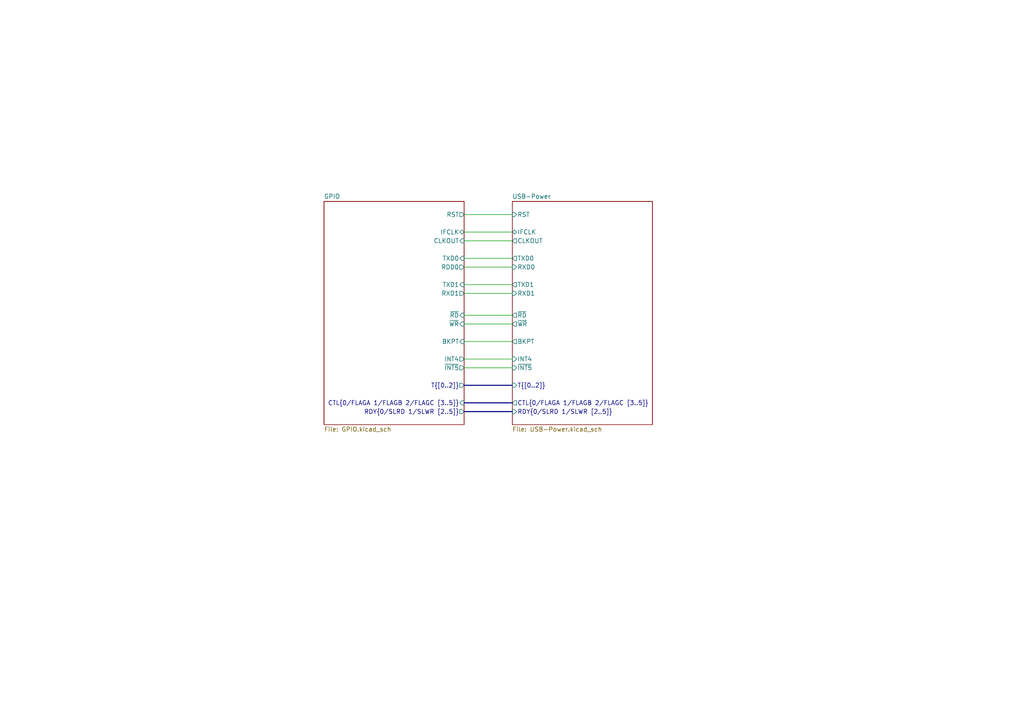
<source format=kicad_sch>
(kicad_sch (version 20211123) (generator eeschema)
  (paper "A4")
  (lib_symbols)
  (wire (pts (xy 134.62 82.55) (xy 148.59 82.55)))
  (wire (pts (xy 134.62 62.23) (xy 148.59 62.23)))
  (wire (pts (xy 134.62 85.09) (xy 148.59 85.09)))
  (wire (pts (xy 134.62 99.06) (xy 148.59 99.06)))
  (wire (pts (xy 134.62 74.93) (xy 148.59 74.93)))
  (bus (pts (xy 134.62 116.84) (xy 148.59 116.84)))
  (wire (pts (xy 134.62 67.31) (xy 148.59 67.31)))
  (wire (pts (xy 134.62 106.68) (xy 148.59 106.68)))
  (wire (pts (xy 134.62 93.98) (xy 148.59 93.98)))
  (bus (pts (xy 134.62 111.76) (xy 148.59 111.76)))
  (wire (pts (xy 134.62 104.14) (xy 148.59 104.14)))
  (wire (pts (xy 134.62 91.44) (xy 148.59 91.44)))
  (wire (pts (xy 134.62 69.85) (xy 148.59 69.85)))
  (wire (pts (xy 134.62 77.47) (xy 148.59 77.47)))
  (bus (pts (xy 134.62 119.38) (xy 148.59 119.38)))
  (sheet (at 148.59 58.42) (size 40.64 64.77) (stroke (width 0.1524))
    (property "Sheet name" "USB-Power" (at 148.59 57.7084 0) (effects (justify left bottom)))
    (property "Sheet file" "USB-Power.kicad_sch" (at 148.59 123.7746 0) (effects (justify left top)))
    (pin "TXD0" output (at 148.59 74.93 180))
    (pin "RXD0" input (at 148.59 77.47 180))
    (pin "~{WR}" output (at 148.59 93.98 180))
    (pin "~{RD}" output (at 148.59 91.44 180))
    (pin "BKPT" output (at 148.59 99.06 180))
    (pin "CLKOUT" output (at 148.59 69.85 180))
    (pin "IFCLK" bidirectional (at 148.59 67.31 180))
    (pin "RST" input (at 148.59 62.23 180))
    (pin "CTL{0{slash}FLAGA 1{slash}FLAGB 2{slash}FLAGC [3..5]}" output (at 148.59 116.84 180))
    (pin "RDY{0{slash}SLRD 1{slash}SLWR [2..5]}" input (at 148.59 119.38 180))
    (pin "TXD1" output (at 148.59 82.55 180))
    (pin "RXD1" input (at 148.59 85.09 180))
    (pin "T{[0..2]}" input (at 148.59 111.76 180))
    (pin "INT4" input (at 148.59 104.14 180))
    (pin "~{INT5}" input (at 148.59 106.68 180))
  )
  (sheet (at 93.98 58.42) (size 40.64 64.77) (stroke (width 0.1524))
    (property "Sheet name" "GPIO" (at 93.98 57.7084 0) (effects (justify left bottom)))
    (property "Sheet file" "GPIO.kicad_sch" (at 93.98 123.7746 0) (effects (justify left top)))
    (pin "CTL{0{slash}FLAGA 1{slash}FLAGB 2{slash}FLAGC [3..5]}" input (at 134.62 116.84 0))
    (pin "RDY{0{slash}SLRD 1{slash}SLWR [2..5]}" output (at 134.62 119.38 0))
    (pin "T{[0..2]}" output (at 134.62 111.76 0))
    (pin "~{INT5}" output (at 134.62 106.68 0))
    (pin "INT4" output (at 134.62 104.14 0))
    (pin "BKPT" input (at 134.62 99.06 0))
    (pin "~{WR}" input (at 134.62 93.98 0))
    (pin "~{RD}" input (at 134.62 91.44 0))
    (pin "TXD1" input (at 134.62 82.55 0))
    (pin "RDD0" output (at 134.62 77.47 0))
    (pin "TXD0" input (at 134.62 74.93 0))
    (pin "RXD1" output (at 134.62 85.09 0))
    (pin "IFCLK" bidirectional (at 134.62 67.31 0))
    (pin "RST" output (at 134.62 62.23 0))
    (pin "CLKOUT" input (at 134.62 69.85 0))
  )
)
</source>
